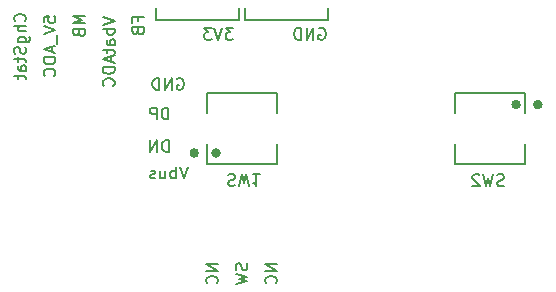
<source format=gbr>
%TF.GenerationSoftware,KiCad,Pcbnew,(5.99.0-13244-g73f40b11ee)*%
%TF.CreationDate,2021-12-26T18:18:12+01:00*%
%TF.ProjectId,TheKNOBDaughterboard,5468654b-4e4f-4424-9461-756768746572,rev?*%
%TF.SameCoordinates,Original*%
%TF.FileFunction,Legend,Bot*%
%TF.FilePolarity,Positive*%
%FSLAX46Y46*%
G04 Gerber Fmt 4.6, Leading zero omitted, Abs format (unit mm)*
G04 Created by KiCad (PCBNEW (5.99.0-13244-g73f40b11ee)) date 2021-12-26 18:18:12*
%MOMM*%
%LPD*%
G01*
G04 APERTURE LIST*
%ADD10C,0.150000*%
%ADD11C,0.200000*%
%ADD12C,0.400000*%
G04 APERTURE END LIST*
D10*
X92750000Y-89750000D02*
X92750000Y-90750000D01*
X100250000Y-90750000D02*
X107250000Y-90750000D01*
X92750000Y-90750000D02*
X99750000Y-90750000D01*
X100250000Y-89750000D02*
X100250000Y-90750000D01*
X107250000Y-90750000D02*
X107250000Y-89750000D01*
X99750000Y-90750000D02*
X99750000Y-89750000D01*
X88202380Y-90547619D02*
X89202380Y-90880952D01*
X88202380Y-91214285D01*
X89202380Y-91547619D02*
X88202380Y-91547619D01*
X88583333Y-91547619D02*
X88535714Y-91642857D01*
X88535714Y-91833333D01*
X88583333Y-91928571D01*
X88630952Y-91976190D01*
X88726190Y-92023809D01*
X89011904Y-92023809D01*
X89107142Y-91976190D01*
X89154761Y-91928571D01*
X89202380Y-91833333D01*
X89202380Y-91642857D01*
X89154761Y-91547619D01*
X89202380Y-92880952D02*
X88678571Y-92880952D01*
X88583333Y-92833333D01*
X88535714Y-92738095D01*
X88535714Y-92547619D01*
X88583333Y-92452380D01*
X89154761Y-92880952D02*
X89202380Y-92785714D01*
X89202380Y-92547619D01*
X89154761Y-92452380D01*
X89059523Y-92404761D01*
X88964285Y-92404761D01*
X88869047Y-92452380D01*
X88821428Y-92547619D01*
X88821428Y-92785714D01*
X88773809Y-92880952D01*
X88535714Y-93214285D02*
X88535714Y-93595238D01*
X88202380Y-93357142D02*
X89059523Y-93357142D01*
X89154761Y-93404761D01*
X89202380Y-93500000D01*
X89202380Y-93595238D01*
X88916666Y-93880952D02*
X88916666Y-94357142D01*
X89202380Y-93785714D02*
X88202380Y-94119047D01*
X89202380Y-94452380D01*
X89202380Y-94785714D02*
X88202380Y-94785714D01*
X88202380Y-95023809D01*
X88250000Y-95166666D01*
X88345238Y-95261904D01*
X88440476Y-95309523D01*
X88630952Y-95357142D01*
X88773809Y-95357142D01*
X88964285Y-95309523D01*
X89059523Y-95261904D01*
X89154761Y-95166666D01*
X89202380Y-95023809D01*
X89202380Y-94785714D01*
X89107142Y-96357142D02*
X89154761Y-96309523D01*
X89202380Y-96166666D01*
X89202380Y-96071428D01*
X89154761Y-95928571D01*
X89059523Y-95833333D01*
X88964285Y-95785714D01*
X88773809Y-95738095D01*
X88630952Y-95738095D01*
X88440476Y-95785714D01*
X88345238Y-95833333D01*
X88250000Y-95928571D01*
X88202380Y-96071428D01*
X88202380Y-96166666D01*
X88250000Y-96309523D01*
X88297619Y-96357142D01*
X106511904Y-91500000D02*
X106607142Y-91452380D01*
X106750000Y-91452380D01*
X106892857Y-91500000D01*
X106988095Y-91595238D01*
X107035714Y-91690476D01*
X107083333Y-91880952D01*
X107083333Y-92023809D01*
X107035714Y-92214285D01*
X106988095Y-92309523D01*
X106892857Y-92404761D01*
X106750000Y-92452380D01*
X106654761Y-92452380D01*
X106511904Y-92404761D01*
X106464285Y-92357142D01*
X106464285Y-92023809D01*
X106654761Y-92023809D01*
X106035714Y-92452380D02*
X106035714Y-91452380D01*
X105464285Y-92452380D01*
X105464285Y-91452380D01*
X104988095Y-92452380D02*
X104988095Y-91452380D01*
X104750000Y-91452380D01*
X104607142Y-91500000D01*
X104511904Y-91595238D01*
X104464285Y-91690476D01*
X104416666Y-91880952D01*
X104416666Y-92023809D01*
X104464285Y-92214285D01*
X104511904Y-92309523D01*
X104607142Y-92404761D01*
X104750000Y-92452380D01*
X104988095Y-92452380D01*
X95392857Y-103202380D02*
X95059523Y-104202380D01*
X94726190Y-103202380D01*
X94392857Y-104202380D02*
X94392857Y-103202380D01*
X94392857Y-103583333D02*
X94297619Y-103535714D01*
X94107142Y-103535714D01*
X94011904Y-103583333D01*
X93964285Y-103630952D01*
X93916666Y-103726190D01*
X93916666Y-104011904D01*
X93964285Y-104107142D01*
X94011904Y-104154761D01*
X94107142Y-104202380D01*
X94297619Y-104202380D01*
X94392857Y-104154761D01*
X93059523Y-103535714D02*
X93059523Y-104202380D01*
X93488095Y-103535714D02*
X93488095Y-104059523D01*
X93440476Y-104154761D01*
X93345238Y-104202380D01*
X93202380Y-104202380D01*
X93107142Y-104154761D01*
X93059523Y-104107142D01*
X92630952Y-104154761D02*
X92535714Y-104202380D01*
X92345238Y-104202380D01*
X92250000Y-104154761D01*
X92202380Y-104059523D01*
X92202380Y-104011904D01*
X92250000Y-103916666D01*
X92345238Y-103869047D01*
X92488095Y-103869047D01*
X92583333Y-103821428D01*
X92630952Y-103726190D01*
X92630952Y-103678571D01*
X92583333Y-103583333D01*
X92488095Y-103535714D01*
X92345238Y-103535714D01*
X92250000Y-103583333D01*
X97952380Y-111464285D02*
X96952380Y-111464285D01*
X97952380Y-112035714D01*
X96952380Y-112035714D01*
X97857142Y-113083333D02*
X97904761Y-113035714D01*
X97952380Y-112892857D01*
X97952380Y-112797619D01*
X97904761Y-112654761D01*
X97809523Y-112559523D01*
X97714285Y-112511904D01*
X97523809Y-112464285D01*
X97380952Y-112464285D01*
X97190476Y-112511904D01*
X97095238Y-112559523D01*
X97000000Y-112654761D01*
X96952380Y-112797619D01*
X96952380Y-112892857D01*
X97000000Y-113035714D01*
X97047619Y-113083333D01*
X94511904Y-95750000D02*
X94607142Y-95702380D01*
X94750000Y-95702380D01*
X94892857Y-95750000D01*
X94988095Y-95845238D01*
X95035714Y-95940476D01*
X95083333Y-96130952D01*
X95083333Y-96273809D01*
X95035714Y-96464285D01*
X94988095Y-96559523D01*
X94892857Y-96654761D01*
X94750000Y-96702380D01*
X94654761Y-96702380D01*
X94511904Y-96654761D01*
X94464285Y-96607142D01*
X94464285Y-96273809D01*
X94654761Y-96273809D01*
X94035714Y-96702380D02*
X94035714Y-95702380D01*
X93464285Y-96702380D01*
X93464285Y-95702380D01*
X92988095Y-96702380D02*
X92988095Y-95702380D01*
X92750000Y-95702380D01*
X92607142Y-95750000D01*
X92511904Y-95845238D01*
X92464285Y-95940476D01*
X92416666Y-96130952D01*
X92416666Y-96273809D01*
X92464285Y-96464285D01*
X92511904Y-96559523D01*
X92607142Y-96654761D01*
X92750000Y-96702380D01*
X92988095Y-96702380D01*
X93785714Y-101952380D02*
X93785714Y-100952380D01*
X93547619Y-100952380D01*
X93404761Y-101000000D01*
X93309523Y-101095238D01*
X93261904Y-101190476D01*
X93214285Y-101380952D01*
X93214285Y-101523809D01*
X93261904Y-101714285D01*
X93309523Y-101809523D01*
X93404761Y-101904761D01*
X93547619Y-101952380D01*
X93785714Y-101952380D01*
X92785714Y-101952380D02*
X92785714Y-100952380D01*
X92214285Y-101952380D01*
X92214285Y-100952380D01*
X86702380Y-90416666D02*
X85702380Y-90416666D01*
X86416666Y-90750000D01*
X85702380Y-91083333D01*
X86702380Y-91083333D01*
X86178571Y-91892857D02*
X86226190Y-92035714D01*
X86273809Y-92083333D01*
X86369047Y-92130952D01*
X86511904Y-92130952D01*
X86607142Y-92083333D01*
X86654761Y-92035714D01*
X86702380Y-91940476D01*
X86702380Y-91559523D01*
X85702380Y-91559523D01*
X85702380Y-91892857D01*
X85750000Y-91988095D01*
X85797619Y-92035714D01*
X85892857Y-92083333D01*
X85988095Y-92083333D01*
X86083333Y-92035714D01*
X86130952Y-91988095D01*
X86178571Y-91892857D01*
X86178571Y-91559523D01*
X83202380Y-91000000D02*
X83202380Y-90523809D01*
X83678571Y-90476190D01*
X83630952Y-90523809D01*
X83583333Y-90619047D01*
X83583333Y-90857142D01*
X83630952Y-90952380D01*
X83678571Y-91000000D01*
X83773809Y-91047619D01*
X84011904Y-91047619D01*
X84107142Y-91000000D01*
X84154761Y-90952380D01*
X84202380Y-90857142D01*
X84202380Y-90619047D01*
X84154761Y-90523809D01*
X84107142Y-90476190D01*
X83202380Y-91333333D02*
X84202380Y-91666666D01*
X83202380Y-92000000D01*
X84297619Y-92095238D02*
X84297619Y-92857142D01*
X83916666Y-93047619D02*
X83916666Y-93523809D01*
X84202380Y-92952380D02*
X83202380Y-93285714D01*
X84202380Y-93619047D01*
X84202380Y-93952380D02*
X83202380Y-93952380D01*
X83202380Y-94190476D01*
X83250000Y-94333333D01*
X83345238Y-94428571D01*
X83440476Y-94476190D01*
X83630952Y-94523809D01*
X83773809Y-94523809D01*
X83964285Y-94476190D01*
X84059523Y-94428571D01*
X84154761Y-94333333D01*
X84202380Y-94190476D01*
X84202380Y-93952380D01*
X84107142Y-95523809D02*
X84154761Y-95476190D01*
X84202380Y-95333333D01*
X84202380Y-95238095D01*
X84154761Y-95095238D01*
X84059523Y-95000000D01*
X83964285Y-94952380D01*
X83773809Y-94904761D01*
X83630952Y-94904761D01*
X83440476Y-94952380D01*
X83345238Y-95000000D01*
X83250000Y-95095238D01*
X83202380Y-95238095D01*
X83202380Y-95333333D01*
X83250000Y-95476190D01*
X83297619Y-95523809D01*
X100404761Y-111392857D02*
X100452380Y-111535714D01*
X100452380Y-111773809D01*
X100404761Y-111869047D01*
X100357142Y-111916666D01*
X100261904Y-111964285D01*
X100166666Y-111964285D01*
X100071428Y-111916666D01*
X100023809Y-111869047D01*
X99976190Y-111773809D01*
X99928571Y-111583333D01*
X99880952Y-111488095D01*
X99833333Y-111440476D01*
X99738095Y-111392857D01*
X99642857Y-111392857D01*
X99547619Y-111440476D01*
X99500000Y-111488095D01*
X99452380Y-111583333D01*
X99452380Y-111821428D01*
X99500000Y-111964285D01*
X99452380Y-112297619D02*
X100452380Y-112535714D01*
X99738095Y-112726190D01*
X100452380Y-112916666D01*
X99452380Y-113154761D01*
X81607142Y-90904761D02*
X81654761Y-90857142D01*
X81702380Y-90714285D01*
X81702380Y-90619047D01*
X81654761Y-90476190D01*
X81559523Y-90380952D01*
X81464285Y-90333333D01*
X81273809Y-90285714D01*
X81130952Y-90285714D01*
X80940476Y-90333333D01*
X80845238Y-90380952D01*
X80750000Y-90476190D01*
X80702380Y-90619047D01*
X80702380Y-90714285D01*
X80750000Y-90857142D01*
X80797619Y-90904761D01*
X81702380Y-91333333D02*
X80702380Y-91333333D01*
X81702380Y-91761904D02*
X81178571Y-91761904D01*
X81083333Y-91714285D01*
X81035714Y-91619047D01*
X81035714Y-91476190D01*
X81083333Y-91380952D01*
X81130952Y-91333333D01*
X81035714Y-92666666D02*
X81845238Y-92666666D01*
X81940476Y-92619047D01*
X81988095Y-92571428D01*
X82035714Y-92476190D01*
X82035714Y-92333333D01*
X81988095Y-92238095D01*
X81654761Y-92666666D02*
X81702380Y-92571428D01*
X81702380Y-92380952D01*
X81654761Y-92285714D01*
X81607142Y-92238095D01*
X81511904Y-92190476D01*
X81226190Y-92190476D01*
X81130952Y-92238095D01*
X81083333Y-92285714D01*
X81035714Y-92380952D01*
X81035714Y-92571428D01*
X81083333Y-92666666D01*
X81654761Y-93095238D02*
X81702380Y-93238095D01*
X81702380Y-93476190D01*
X81654761Y-93571428D01*
X81607142Y-93619047D01*
X81511904Y-93666666D01*
X81416666Y-93666666D01*
X81321428Y-93619047D01*
X81273809Y-93571428D01*
X81226190Y-93476190D01*
X81178571Y-93285714D01*
X81130952Y-93190476D01*
X81083333Y-93142857D01*
X80988095Y-93095238D01*
X80892857Y-93095238D01*
X80797619Y-93142857D01*
X80750000Y-93190476D01*
X80702380Y-93285714D01*
X80702380Y-93523809D01*
X80750000Y-93666666D01*
X81035714Y-93952380D02*
X81035714Y-94333333D01*
X80702380Y-94095238D02*
X81559523Y-94095238D01*
X81654761Y-94142857D01*
X81702380Y-94238095D01*
X81702380Y-94333333D01*
X81702380Y-95095238D02*
X81178571Y-95095238D01*
X81083333Y-95047619D01*
X81035714Y-94952380D01*
X81035714Y-94761904D01*
X81083333Y-94666666D01*
X81654761Y-95095238D02*
X81702380Y-95000000D01*
X81702380Y-94761904D01*
X81654761Y-94666666D01*
X81559523Y-94619047D01*
X81464285Y-94619047D01*
X81369047Y-94666666D01*
X81321428Y-94761904D01*
X81321428Y-95000000D01*
X81273809Y-95095238D01*
X81035714Y-95428571D02*
X81035714Y-95809523D01*
X80702380Y-95571428D02*
X81559523Y-95571428D01*
X81654761Y-95619047D01*
X81702380Y-95714285D01*
X81702380Y-95809523D01*
X102952380Y-111464285D02*
X101952380Y-111464285D01*
X102952380Y-112035714D01*
X101952380Y-112035714D01*
X102857142Y-113083333D02*
X102904761Y-113035714D01*
X102952380Y-112892857D01*
X102952380Y-112797619D01*
X102904761Y-112654761D01*
X102809523Y-112559523D01*
X102714285Y-112511904D01*
X102523809Y-112464285D01*
X102380952Y-112464285D01*
X102190476Y-112511904D01*
X102095238Y-112559523D01*
X102000000Y-112654761D01*
X101952380Y-112797619D01*
X101952380Y-112892857D01*
X102000000Y-113035714D01*
X102047619Y-113083333D01*
X91178571Y-90892857D02*
X91178571Y-90559523D01*
X91702380Y-90559523D02*
X90702380Y-90559523D01*
X90702380Y-91035714D01*
X91178571Y-91750000D02*
X91226190Y-91892857D01*
X91273809Y-91940476D01*
X91369047Y-91988095D01*
X91511904Y-91988095D01*
X91607142Y-91940476D01*
X91654761Y-91892857D01*
X91702380Y-91797619D01*
X91702380Y-91416666D01*
X90702380Y-91416666D01*
X90702380Y-91750000D01*
X90750000Y-91845238D01*
X90797619Y-91892857D01*
X90892857Y-91940476D01*
X90988095Y-91940476D01*
X91083333Y-91892857D01*
X91130952Y-91845238D01*
X91178571Y-91750000D01*
X91178571Y-91416666D01*
X99238095Y-91452380D02*
X98619047Y-91452380D01*
X98952380Y-91833333D01*
X98809523Y-91833333D01*
X98714285Y-91880952D01*
X98666666Y-91928571D01*
X98619047Y-92023809D01*
X98619047Y-92261904D01*
X98666666Y-92357142D01*
X98714285Y-92404761D01*
X98809523Y-92452380D01*
X99095238Y-92452380D01*
X99190476Y-92404761D01*
X99238095Y-92357142D01*
X98333333Y-91452380D02*
X98000000Y-92452380D01*
X97666666Y-91452380D01*
X97428571Y-91452380D02*
X96809523Y-91452380D01*
X97142857Y-91833333D01*
X97000000Y-91833333D01*
X96904761Y-91880952D01*
X96857142Y-91928571D01*
X96809523Y-92023809D01*
X96809523Y-92261904D01*
X96857142Y-92357142D01*
X96904761Y-92404761D01*
X97000000Y-92452380D01*
X97285714Y-92452380D01*
X97380952Y-92404761D01*
X97428571Y-92357142D01*
X93761904Y-99202380D02*
X93761904Y-98202380D01*
X93523809Y-98202380D01*
X93380952Y-98250000D01*
X93285714Y-98345238D01*
X93238095Y-98440476D01*
X93190476Y-98630952D01*
X93190476Y-98773809D01*
X93238095Y-98964285D01*
X93285714Y-99059523D01*
X93380952Y-99154761D01*
X93523809Y-99202380D01*
X93761904Y-99202380D01*
X92761904Y-99202380D02*
X92761904Y-98202380D01*
X92380952Y-98202380D01*
X92285714Y-98250000D01*
X92238095Y-98297619D01*
X92190476Y-98392857D01*
X92190476Y-98535714D01*
X92238095Y-98630952D01*
X92285714Y-98678571D01*
X92380952Y-98726190D01*
X92761904Y-98726190D01*
%TO.C,SW2*%
X122173333Y-104809761D02*
X122030476Y-104857380D01*
X121792380Y-104857380D01*
X121697142Y-104809761D01*
X121649523Y-104762142D01*
X121601904Y-104666904D01*
X121601904Y-104571666D01*
X121649523Y-104476428D01*
X121697142Y-104428809D01*
X121792380Y-104381190D01*
X121982857Y-104333571D01*
X122078095Y-104285952D01*
X122125714Y-104238333D01*
X122173333Y-104143095D01*
X122173333Y-104047857D01*
X122125714Y-103952619D01*
X122078095Y-103905000D01*
X121982857Y-103857380D01*
X121744761Y-103857380D01*
X121601904Y-103905000D01*
X121268571Y-103857380D02*
X121030476Y-104857380D01*
X120840000Y-104143095D01*
X120649523Y-104857380D01*
X120411428Y-103857380D01*
X120078095Y-103952619D02*
X120030476Y-103905000D01*
X119935238Y-103857380D01*
X119697142Y-103857380D01*
X119601904Y-103905000D01*
X119554285Y-103952619D01*
X119506666Y-104047857D01*
X119506666Y-104143095D01*
X119554285Y-104285952D01*
X120125714Y-104857380D01*
X119506666Y-104857380D01*
%TO.C,SW1*%
X98816666Y-103895238D02*
X98959523Y-103847619D01*
X99197619Y-103847619D01*
X99292857Y-103895238D01*
X99340476Y-103942857D01*
X99388095Y-104038095D01*
X99388095Y-104133333D01*
X99340476Y-104228571D01*
X99292857Y-104276190D01*
X99197619Y-104323809D01*
X99007142Y-104371428D01*
X98911904Y-104419047D01*
X98864285Y-104466666D01*
X98816666Y-104561904D01*
X98816666Y-104657142D01*
X98864285Y-104752380D01*
X98911904Y-104800000D01*
X99007142Y-104847619D01*
X99245238Y-104847619D01*
X99388095Y-104800000D01*
X99721428Y-104847619D02*
X99959523Y-103847619D01*
X100150000Y-104561904D01*
X100340476Y-103847619D01*
X100578571Y-104847619D01*
X101483333Y-103847619D02*
X100911904Y-103847619D01*
X101197619Y-103847619D02*
X101197619Y-104847619D01*
X101102380Y-104704761D01*
X101007142Y-104609523D01*
X100911904Y-104561904D01*
D11*
%TO.C,SW2*%
X118050000Y-101300000D02*
X118050000Y-103000000D01*
X123950000Y-98700000D02*
X123950000Y-97000000D01*
X118050000Y-103000000D02*
X123950000Y-103000000D01*
X118050000Y-97000000D02*
X118050000Y-98700000D01*
X123950000Y-103000000D02*
X123950000Y-101300000D01*
X123950000Y-97000000D02*
X118050000Y-97000000D01*
D12*
X123400000Y-97950000D02*
G75*
G03*
X123400000Y-97950000I-200000J0D01*
G01*
X125250000Y-97950000D02*
G75*
G03*
X125250000Y-97950000I-200000J0D01*
G01*
D11*
%TO.C,SW1*%
X102950000Y-98700000D02*
X102950000Y-97000000D01*
X102950000Y-103000000D02*
X102950000Y-101300000D01*
X97050000Y-101300000D02*
X97050000Y-103000000D01*
X102950000Y-97000000D02*
X97050000Y-97000000D01*
X97050000Y-97000000D02*
X97050000Y-98700000D01*
X97050000Y-103000000D02*
X102950000Y-103000000D01*
D12*
X96150000Y-102050000D02*
G75*
G03*
X96150000Y-102050000I-200000J0D01*
G01*
X98000000Y-102050000D02*
G75*
G03*
X98000000Y-102050000I-200000J0D01*
G01*
%TD*%
M02*

</source>
